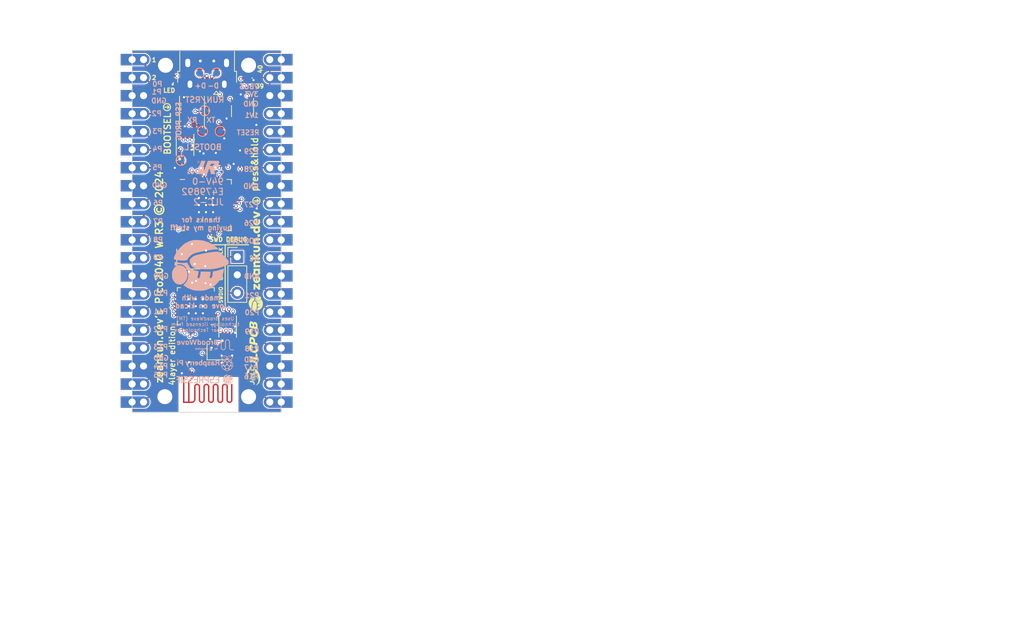
<source format=kicad_pcb>
(kicad_pcb (version 20221018) (generator pcbnew)
  (layers (0 "F.Cu" signal) (1 "In1.Cu" signal) (2 "In2.Cu" signal) (31 "B.Cu" signal) (34 "B.Paste" user) (35 "F.Paste" user) (36 "B.SilkS" user "B.Silkscreen") (37 "F.SilkS" user "F.Silkscreen") (38 "B.Mask" user) (39 "F.Mask" user) (44 "Edge.Cuts" user))
  (net 0 "")
  (net 1 "GND")
  (net 2 "/ESP_ANT")
  (net 3 "+1V1")
  (net 4 "+3.3V")
  (net 5 "VBUS")
  (net 6 "/CLKOUT")
  (net 7 "/CLKIN")
  (net 8 "/ESP_CLKOUT")
  (net 9 "/ESP_CLKIN")
  (net 10 "/DM")
  (net 11 "/DP")
  (net 13 "/P0")
  (net 14 "/P1")
  (net 15 "/P2")
  (net 16 "/P3")
  (net 17 "/P4")
  (net 18 "/P5")
  (net 19 "/P6")
  (net 20 "/P7")
  (net 21 "/P8")
  (net 22 "/P9")
  (net 23 "/P10")
  (net 24 "/P11")
  (net 25 "/P12")
  (net 26 "/P13")
  (net 27 "/P14")
  (net 28 "/P15")
  (net 29 "/RESET")
  (net 30 "/P29")
  (net 31 "/P28")
  (net 32 "/P27")
  (net 33 "/P26")
  (net 34 "/P23")
  (net 35 "/P22")
  (net 36 "/P21")
  (net 37 "/P20")
  (net 38 "/P19")
  (net 39 "/P18")
  (net 40 "/P17")
  (net 41 "/P16")
  (net 42 "/SWDIO")
  (net 43 "/SWCLK")
  (net 44 "Net-(U1-USB_DP)")
  (net 45 "Net-(U1-USB_DM)")
  (net 46 "Net-(U2-SENSE{slash}ADJ)")
  (net 47 "/FLASH_SS")
  (net 48 "Net-(R6-Pad1)")
  (net 49 "Net-(U4-RES12K)")
  (net 50 "unconnected-(J3-Pin_12-Pad12)")
  (net 51 "/FLASH_SD3")
  (net 52 "/FLASH_CLOCK")
  (net 53 "/FLASH_SD0")
  (net 54 "/FLASH_SD2")
  (net 55 "/FLASH_SD1")
  (net 60 "Net-(U4-U0RXD)")
  (net 62 "/ESPFLASH_D2")
  (net 63 "/ESPFLASH_D3")
  (net 64 "/ESPFLASH_SS")
  (net 65 "/ESPFLASH_CLOCK")
  (net 66 "/ESPFLASH_D0")
  (net 67 "/ESPFLASH_D1")
  (net 69 "Net-(U4-U0TXD)")
  (net 70 "/P24")
  (net 72 "/P25")
  (footprint "Capacitor_SMD:C_0201_0603Metric" (layer "F.Cu") (at 83.3 35.5 90)
    (fp_text reference "C3" hide)
    (fp_text value "1uF")
  )
  (footprint "LED_SMD:LED_0201_0603Metric" (layer "F.Cu") (at 75.8 23.72 90)
    (fp_text reference "D2" hide)
    (fp_text value "LED")
  )
  (footprint "Capacitor_SMD:C_0201_0603Metric" (layer "F.Cu") (at 81.8 35.5 90)
    (fp_text reference "C1" hide)
    (fp_text value "100nF")
  )
  (footprint "8-USON:8-USON-2X3" (layer "F.Cu") (at 83.45 58.87 90)
    (fp_text reference "U5" hide)
    (fp_text value "GD25Q16CEIGR")
  )
  (footprint "8-USON:8-USON-2X3" (layer "F.Cu") (at 77.45 33.27 90)
    (fp_text reference "U3" hide)
    (fp_text value "GD25Q16CEIGR")
  )
  (footprint "Capacitor_SMD:C_0201_0603Metric" (layer "F.Cu") (at 81.755 64.1)
    (fp_text reference "C17" hide)
    (fp_text value "6.8pF")
  )
  (footprint "Connector_PinHeader_2.54mm:PinHeader_1x03_P2.54mm_Vertical" (layer "F.Cu") (at 84.81 49.09)
    (fp_text reference "J4" hide)
    (fp_text value "Conn_01x03")
  )
  (footprint "Package_DFN_QFN:QFN-32-1EP_5x5mm_P0.5mm_EP3.45x3.45mm" (layer "F.Cu") (at 78.9625 56.05 180)
    (fp_text reference "U4" hide)
    (fp_text value "ESP8266EX")
  )
  (footprint "Capacitor_SMD:C_0201_0603Metric" (layer "F.Cu") (at 86.48 41.9)
    (fp_text reference "C7" hide)
    (fp_text value "100nF")
  )
  (footprint "Capacitor_SMD:C_0201_0603Metric" (layer "F.Cu") (at 77.89 64.795 90)
    (fp_text reference "C18" hide)
    (fp_text value "3pF")
  )
  (footprint "LED_SMD:LED_0201_0603Metric" (layer "F.Cu") (at 86.055 23.9 180)
    (fp_text reference "D1" hide)
    (fp_text value "LED")
  )
  (footprint "Resistor_SMD:R_0201_0603Metric" (layer "F.Cu") (at 83.2 30.645 90)
    (fp_text reference "R4" hide)
    (fp_text value "12")
  )
  (footprint "Capacitor_SMD:C_0201_0603Metric" (layer "F.Cu") (at 84.3 36.845 90)
    (fp_text reference "C8" hide)
    (fp_text value "100nF")
  )
  (footprint "LOGO" (layer "F.Cu") (at 87.1 62.63 90)
    (fp_text reference "G***" hide)
    (fp_text value "LOGO" hide)
  )
  (footprint "MountingHole:MountingHole_2.1mm" (layer "F.Cu") (at 74.6 68.8)
    (fp_text reference "REF**" hide)
    (fp_text value "MountingHole_2.1mm")
  )
  (footprint "SMD-TH-Connector:Conn_01x20_2.54mm" (layer "F.Cu") (at 71.6 44.16)
    (fp_text reference "J2" hide)
    (fp_text value "Conn_01x20" hide)
  )
  (footprint "Capacitor_SMD:C_0201_0603Metric" (layer "F.Cu") (at 84.655 34.6)
    (fp_text reference "C11" hide)
    (fp_text value "100nF")
  )
  (footprint "Resistor_SMD:R_0201_0603Metric" (layer "F.Cu") (at 75.8 35.355 -90)
    (fp_text reference "R5" hide)
    (fp_text value "NO-FIT")
  )
  (footprint "Connector_USB:USB_Micro-B_Amphenol_10103594-0001LF_Horizontal" (layer "F.Cu") (at 80.535 22.885 180)
    (fp_text reference "J1" hide)
    (fp_text value "USB_B_Micro")
  )
  (footprint "Capacitor_SMD:C_0201_0603Metric" (layer "F.Cu") (at 86.955 31.1)
    (fp_text reference "C13" hide)
    (fp_text value "2.2uF")
  )
  (footprint "Capacitor_SMD:C_0201_0603Metric" (layer "F.Cu") (at 79.3 35.545 90)
    (fp_text reference "C10" hide)
    (fp_text value "100nF")
  )
  (footprint "Capacitor_SMD:C_0201_0603Metric" (layer "F.Cu") (at 77.255 51.4)
    (fp_text reference "C15" hide)
    (fp_text value "15pF")
  )
  (footprint "Chocobar-BroadWave:BroadWave_029mm" (layer "F.Cu") (at 80.79 68.25)
    (fp_text reference "AE1" hide)
    (fp_text value "Antenna_Chip")
  )
  (footprint "Package_DFN_QFN:QFN-56-1EP_7x7mm_P0.4mm_EP3.2x3.2mm" (layer "F.Cu") (at 80.3625 41.8)
    (fp_text reference "U1" hide)
    (fp_text value "RP2040")
  )
  (footprint "Capacitor_SMD:C_0201_0603Metric" (layer "F.Cu") (at 80.5 47.355 -90)
    (fp_text reference "C6" hide)
    (fp_text value "100nF")
  )
  (footprint "Capacitor_SMD:C_0201_0603Metric" (layer "F.Cu") (at 83.8 62.3 -90)
    (fp_text reference "C16" hide)
    (fp_text value "6.8pF")
  )
  (footprint "Resistor_SMD:R_0201_0603Metric" (layer "F.Cu") (at 76.2 30.355 -90)
    (fp_text reference "R6" hide)
    (fp_text value "1K")
  )
  (footprint "Capacitor_SMD:C_0201_0603Metric" (layer "F.Cu") (at 80 35.545 90)
    (fp_text reference "C9" hide)
    (fp_text value "100nF")
  )
  (footprint "Capacitor_SMD:C_0201_0603Metric" (layer "F.Cu") (at 82.855 32.8)
    (fp_text reference "C5" hide)
    (fp_text value "100nF")
  )
  (footprint "Resistor_SMD:R_0201_0603Metric" (layer "F.Cu") (at 80.6 33.555 -90)
    (fp_text reference "R1" hide)
    (fp_text value "200")
  )
  (footprint "Capacitor_SMD:C_0201_0603Metric" (layer "F.Cu") (at 86.355 25.4)
    (fp_text reference "C12" hide)
    (fp_text value "2.2uF")
  )
  (footprint "Resistor_SMD:R_0201_0603Metric" (layer "F.Cu") (at 80.4 60.045 90)
    (fp_text reference "R7" hide)
    (fp_text value "12k")
  )
  (footprint "Crystal:Crystal_SMD_2520-4Pin_2.5x2.0mm" (layer "F.Cu") (at 77.925 49.4)
    (fp_text reference "Y1" hide)
    (fp_text value "12MHz")
  )
  (footprint "Resistor_SMD:R_0201_0603Metric" (layer "F.Cu") (at 84.855 31)
    (fp_text reference "R3" hide)
    (fp_text value "12")
  )
  (footprint "Capacitor_SMD:C_0201_0603Metric" (layer "F.Cu") (at 76.4 37.2 90)
    (fp_text reference "C4" hide)
    (fp_text value "1uF")
  )
  (footprint "LOGO" (layer "F.Cu") (at 87.42 49.75 90)
    (fp_text reference "G***" hide)
    (fp_text value "LOGO" hide)
  )
  (footprint "Resistor_SMD:R_0201_0603Metric" (layer "F.Cu") (at 81.3 33.555 -90)
    (fp_text reference "R2" hide)
    (fp_text value "200")
  )
  (footprint "MountingHole:MountingHole_2.1mm" (layer "F.Cu") (at 86.4 68.8)
    (fp_text reference "REF**" hide)
    (fp_text value "MountingHole_2.1mm")
  )
  (footprint "MountingHole:MountingHole_2.1mm" (layer "F.Cu") (at 74.7 22.1)
    (fp_text reference "REF**" hide)
    (fp_text value "MountingHole_2.1mm")
  )
  (footprint "Button_Switch_SMD:SW_Push_1P1T_NO_Vertical_Wuerth_434133025816" (layer "F.Cu") (at 78.425 28.65 90)
    (fp_text reference "SW1" hide)
    (fp_text value "SW_Push")
  )
  (footprint "Capacitor_SMD:C_0201_0603Metric" (layer "F.Cu") (at 80.1 49.655 -90)
    (fp_text reference "C14" hide)
    (fp_text value "15pF")
  )
  (footprint "Package_TO_SOT_SMD:TSOT-23-5" (layer "F.Cu") (at 85.55 28.5625 -90)
    (fp_text reference "U2" hide)
    (fp_text value "ADP7142AUJZ-3.3")
  )
  (footprint "Crystal:Crystal_SMD_2016-4Pin_2.0x1.6mm" (layer "F.Cu") (at 81.9 62.45)
    (fp_text reference "Y2" hide)
    (fp_text value "26MHz")
  )
  (footprint "Capacitor_SMD:C_0201_0603Metric" (layer "F.Cu") (at 82.58 35.5 90)
    (fp_text reference "C2" hide)
    (fp_text value "100nF")
  )
  (footprint "MountingHole:MountingHole_2.1mm" (layer "F.Cu") (at 86.4 22.1)
    (fp_text reference "REF**" hide)
    (fp_text value "MountingHole_2.1mm")
  )
  (footprint "TestPoint:TestPoint_Pad_D1.0mm" (layer "B.Cu") (at 76.9 35.5 180)
    (fp_text reference "TP4" hide)
    (fp_text value "FLASH_SS")
  )
  (footprint "TestPoint:TestPoint_Pad_D1.0mm" (layer "B.Cu") (at 79.9 31.4 180)
    (fp_text reference "TP5" hide)
    (fp_text value "UART_TX")
  )
  (footprint "LOGO" (layer "B.Cu") (at 80.3 61.5 180)
    (fp_text reference "G***" hide)
    (fp_text value "LOGO" hide)
  )
  (footprint "LOGO" (layer "B.Cu") (at 80.3 64.1 180)
    (fp_text reference "G***" hide)
    (fp_text value "LOGO" hide)
  )
  (footprint "LOGO" (layer "B.Cu") (at 80.2 66.4 180)
    (fp_text reference "G***" hide)
    (fp_text value "LOGO" hide)
  )
  (footprint "SMD-TH-Connector:Conn_01x20_2.54mm" (layer "B.Cu") (at 89.39 44.16 180)
    (fp_text reference "J3" hide)
    (fp_text value "Conn_01x20" hide)
  )
  (footprint "TestPoint:TestPoint_Pad_D1.0mm" (layer "B.Cu") (at 79.5 23.2 180)
    (fp_text reference "TP1" hide)
    (fp_text value "USB_DP")
  )
  (footprint "LOGO" (layer "B.Cu") (at 79.6 50.3 180)
    (fp_text reference "G***" hide)
    (fp_text value "LOGO" hide)
  )
  (footprint "TestPoint:TestPoint_Pad_D1.0mm" (layer "B.Cu") (at 80.2 28.5 180)
    (fp_text reference "TP3" hide)
    (fp_text value "RESET")
  )
  (footprint "TestPoint:TestPoint_Pad_D1.0mm" (layer "B.Cu") (at 82.4 31.4 180)
    (fp_text reference "TP6" hide)
    (fp_text value "UART_RX")
  )
  (footprint "TestPoint:TestPoint_Pad_D1.0mm" (layer "B.Cu") (at 81.9 23.2 180)
    (fp_text reference "TP2" hide)
    (fp_text value "USB_DM")
  )
  (footprint "LOGO" (layer "B.Cu") (at 80.7 36.5 180)
    (fp_text reference "G***" hide)
    (fp_text value "LOGO" hide)
  )
  (gr_line (start 87.8 41.2) (end 87.6 41) (stroke (width 0.15)) (layer "F.SilkS"))
  (gr_line (start 83.1 47.4) (end 83.1 55.9) (stroke (width 0.15)) (layer "F.SilkS"))
  (gr_line (start 87.2 41.2) (end 87.8 41.2) (stroke (width 0.15)) (layer "F.SilkS"))
  (gr_line (start 80.9 47.4) (end 83.1 47.4) (stroke (width 0.15)) (layer "F.SilkS"))
  (gr_line (start 83.1 47.4) (end 86.4 47.4) (stroke (width 0.15)) (layer "F.SilkS"))
  (gr_circle (center 74.9 28) (end 75.4 28) (stroke (width 0.15)) (fill none) (layer "F.SilkS"))
  (gr_line (start 87.8 41.2) (end 87.6 41.4) (stroke (width 0.15)) (layer "F.SilkS"))
  (gr_line (start 74.6 28) (end 75.2 28) (stroke (width 0.15)) (layer "F.SilkS"))
  (gr_line (start 75.2 28) (end 75 28.2) (stroke (width 0.15)) (layer "F.SilkS"))
  (gr_circle (center 87.5 41.2) (end 88 41.2) (stroke (width 0.15)) (fill none) (layer "F.SilkS"))
  (gr_line (start 75.2 28) (end 75 27.8) (stroke (width 0.15)) (layer "F.SilkS"))
  (gr_rect (start 70 20) (end 91 71) (stroke (width 0.1)) (fill none) (layer "Edge.Cuts"))
  (gr_text "94V-0\nE479892\nJLC-2" (at 83 41.9) (layer "B.SilkS") (effects (font (size 0.9 0.9)) (justify left bottom mirror)))
  (gr_text "P4" (at 74.33 34.31) (layer "B.SilkS") (effects (font (size 0.7 0.7)) (justify left bottom mirror)))
  (gr_text "ESP PROG" (at 76.962 27.178 90) (layer "B.SilkS") (effects (font (size 0.7 0.7) (thickness 0.175) bold) (justify left bottom mirror)))
  (gr_text "P27" (at 87.9 42.15) (layer "B.SilkS") (effects (font (size 0.7 0.7)) (justify left bottom mirror)))
  (gr_text "GND" (at 75.03 39.41) (layer "B.SilkS") (effects (font (size 0.7 0.7)) (justify left bottom mirror)))
  (gr_text "P17" (at 87.9 65.1) (layer "B.SilkS") (effects (font (size 0.7 0.7)) (justify left bottom mirror)))
  (gr_text "GND" (at 88 64) (layer "B.SilkS") (effects (font (size 0.7 0.7)) (justify left bottom mirror)))
  (gr_text "C" (at 83.01 37.46) (layer "B.SilkS") (effects (font (size 0.5 0.5) (thickness 0.125)) (justify left bottom mirror)))
  (gr_text "US" (at 78.82 37.45) (layer "B.SilkS") (effects (font (size 0.5 0.5) (thickness 0.125)) (justify left bottom mirror)))
  (gr_text "P2" (at 74.23 29.31) (layer "B.SilkS") (effects (font (size 0.7 0.7)) (justify left bottom mirror)))
  (gr_text "P26" (at 87.9 44.75) (layer "B.SilkS") (effects (font (size 0.7 0.7)) (justify left bottom mirror)))
  (gr_text "P8" (at 74.43 47.11) (layer "B.SilkS") (effects (font (size 0.7 0.7)) (justify left bottom mirror)))
  (gr_text "P21" (at 88 54.95) (layer "B.SilkS") (effects (font (size 0.7 0.7)) (justify left bottom mirror)))
  (gr_text "P18" (at 88 62.45) (layer "B.SilkS") (effects (font (size 0.7 0.7)) (justify left bottom mirror)))
  (gr_text "3V3" (at 87.9 26.6) (layer "B.SilkS") (effects (font (size 0.7 0.7)) (justify left bottom mirror)))
  (gr_text "NC" (at 88 49.75) (layer "B.SilkS") (effects (font (size 0.7 0.7)) (justify left bottom mirror)))
  (gr_text "D-" (at 82.3 25.4) (layer "B.SilkS") (effects (font (size 0.7 0.7)) (justify left bottom mirror)))
  (gr_text "BOOTSEL" (at 88 47.25) (layer "B.SilkS") (effects (font (size 0.7 0.7)) (justify left bottom mirror)))
  (gr_text "P12" (at 75.13 59.71) (layer "B.SilkS") (effects (font (size 0.7 0.7)) (justify left bottom mirror)))
  (gr_text "Uses BroadWave (TM)\ntechnology licensed from\nChocobar Technologies" (at 80.3 59.7) (layer "B.SilkS") (effects (font (size 0.5 0.5) (thickness 0.075)) (justify bottom mirror)))
  (gr_text "RESET" (at 88 32) (layer "B.SilkS") (effects (font (size 0.7 0.7)) (justify left bottom mirror)))
  (gr_text "P1" (at 74.23 26.26) (layer "B.SilkS") (effects (font (size 0.7 0.7)) (justify left bottom mirror)))
  (gr_text "P14" (at 75.13 64.91) (layer "B.SilkS") (effects (font (size 0.7 0.7)) (justify left bottom mirror)))
  (gr_text "P20" (at 88 57.35) (layer "B.SilkS") (effects (font (size 0.7 0.7)) (justify left bottom mirror)))
  (gr_text "RX" (at 79.248 30.226) (layer "B.SilkS") (effects (font (size 0.7 0.7)) (justify left bottom mirror)))
  (gr_text "P16" (at 87.9 66.35) (layer "B.SilkS") (effects (font (size 0.7 0.7)) (justify left bottom mirror)))
  (gr_text "GND" (at 88 52.25) (layer "B.SilkS") (effects (font (size 0.7 0.7)) (justify left bottom mirror)))
  (gr_text "GND" (at 75.23 52.21) (layer "B.SilkS") (effects (font (size 0.7 0.7)) (justify left bottom mirror)))
  (gr_text "thanks for\nbuying my stuff!" (at 79.7 45.4) (layer "B.SilkS") (effects (font (size 0.7 0.7) (thickness 0.16) bold) (justify bottom mirror)))
  (gr_text "RUN/RST" (at 83.058 27.432) (layer "B.SilkS") (effects (font (size 0.8 0.8)) (justify left bottom mirror)))
  (gr_text "P0" (at 74.33 25.16) (layer "B.SilkS") (effects (font (size 0.7 0.7)) (justify left bottom mirror)))
  (gr_text "VBUS" (at 87.9 25.5) (layer "B.SilkS") (effects (font (size 0.7 0.7)) (justify left bottom mirror)))
  (gr_text "P10" (at 75.13 54.61) (layer "B.SilkS") (effects (font (size 0.7 0.7)) (justify left bottom mirror)))
  (gr_text "P9" (at 74.43 49.61) (layer "B.SilkS") (effects (font (size 0.7 0.7)) (justify left bottom mirror)))
  (gr_text "P19" (at 88 60.05) (layer "B.SilkS") (effects (font (size 0.7 0.7)) (justify left bottom mirror)))
  (gr_text "GND" (at 87.9 39.55) (layer "B.SilkS") (effects (font (size 0.7 0.7)) (justify left bottom mirror)))
  (gr_text "P13" (at 75.13 62.21) (layer "B.SilkS") (effects (font (size 0.7 0.7)) (justify left bottom mirror)))
  (gr_text "GND" (at 87.9 27.95) (layer "B.SilkS") (effects (font (size 0.7 0.7)) (justify left bottom mirror)))
  (gr_text "BOOTSEL" (at 82.7 34.1) (layer "B.SilkS") (effects (font (size 0.8 0.8)) (justify left bottom mirror)))
  (gr_text "1V1" (at 87.9 29.55) (layer "B.SilkS") (effects (font (size 0.7 0.7)) (justify left bottom mirror)))
  (gr_text "GND" (at 74.93 27.51) (layer "B.SilkS") (effects (font (size 0.7 0.7)) (justify left bottom mirror)))
  (gr_text "P28" (at 87.9 37.15) (layer "B.SilkS") (effects (font (size 0.7 0.7)) (justify left bottom mirror)))
  (gr_text "P7" (at 74.43 44.51) (layer "B.SilkS") (effects (font (size 0.7 0.7)) (justify left bottom mirror)))
  (gr_text "P15" (at 75.13 66.16) (layer "B.SilkS") (effects (font (size 0.7 0.7)) (justify left bottom mirror)))
  (gr_text "D+" (at 80.5 25.4) (layer "B.SilkS") (effects (font (size 0.7 0.7)) (justify left bottom mirror)))
  (gr_text "made with\nlove on kicad" (at 79.7 56.4) (layer "B.SilkS") (effects (font (size 0.7 0.7) (thickness 0.16) bold) (justify bottom mirror)))
  (gr_text "P11" (at 75.13 57.21) (layer "B.SilkS") (effects (font (size 0.7 0.7)) (justify left bottom mirror)))
  (gr_text "P6" (at 74.43 41.91) (layer "B.SilkS") (effects (font (size 0.7 0.7)) (justify left bottom mirror)))
  (gr_text "TX" (at 81.788 30.226) (layer "B.SilkS") (effects (font (size 0.7 0.7)) (justify left bottom mirror)))
  (gr_text "P29" (at 87.9 34.65) (layer "B.SilkS") (effects (font (size 0.7 0.7)) (justify left bottom mirror)))
  (gr_text "P3" (at 74.33 31.81) (layer "B.SilkS") (effects (font (size 0.7 0.7)) (justify left bottom mirror)))
  (gr_text "GND" (at 75.23 63.76) (layer "B.SilkS") (effects (font (size 0.7 0.7)) (justify left bottom mirror)))
  (gr_text "P5" (at 74.33 36.91) (layer "B.SilkS") (effects (font (size 0.7 0.7)) (justify left bottom mirror)))
  (gr_text "SWDIO" (at 82.8 55.7 90) (layer "F.SilkS") (effects (font (size 0.5 0.5) (thickness 0.125)) (justify left bottom)))
  (gr_text "LED" (at 74.3 26) (layer "F.SilkS") (effects (font (size 0.6 0.6)) (justify left bottom)))
  (gr_text "SWD DEBUG" (at 80.8 47) (layer "F.SilkS") (effects (font (size 0.6 0.6)) (justify left bottom)))
  (gr_text "1" (at 72.7 21.7) (layer "F.SilkS") (effects (font (size 0.6 0.6)) (justify left bottom)))
  (gr_text "press&hold" (at 87.8 40 90) (layer "F.SilkS") (effects (font (size 0.9 0.9) (thickness 0.175) bold) (justify left bottom)))
  (gr_text "zeankun.dev's Pico2040 W R3 © 2024" (at 74.4 67 90) (layer "F.SilkS") (effects (font (size 1 1) (thickness 0.2) bold) (justify left bottom)))
  (gr_text "GND" (at 82.8 52.5 90) (layer "F.SilkS") (effects (font (size 0.5 0.5) (thickness 0.125)) (justify left bottom)))
  (gr_text "BOOTSEL" (at 75.5 34.8 90) (layer "F.SilkS") (effects (font (size 0.9 0.9) (thickness 0.175) bold) (justify left bottom)))
  (gr_text "2" (at 72.7 24.2) (layer "F.SilkS") (effects (font (size 0.6 0.6)) (justify left bottom)))
  (gr_text "4layer edition" (at 76.1 67.3 90) (layer "F.SilkS") (effects (font (size 0.8 0.8) (thickness 0.15) bold) (justify left bottom)))
  (gr_text "39" (at 87.3 25.4) (layer "F.SilkS") (effects (font (size 0.6 0.6)) (justify left bottom)))
  (gr_text "SWCLK" (at 82.8 50.3 90) (layer "F.SilkS") (effects (font (size 0.5 0.5) (thickness 0.125)) (justify left bottom)))
  (gr_text "40" (at 88.4 23.3 90) (layer "F.SilkS") (effects (font (size 0.6 0.6)) (justify left bottom)))
  (segment (start 76.325 36.88) (end 76 36.555) (width 0.2) (layer "F.Cu") (net 1))
  (segment (start 80.05 34.53) (end 80 34.58) (width 0.2) (layer "F.Cu") (net 1))
  (segment (start 77.265 65.765) (end 77.265 66.8925) (width 0.2) (layer "F.Cu") (net 1))
  (segment (start 86.675 25.4) (end 86.675 24.875) (width 0.2) (layer "F.Cu") (net 1))
  (segment (start 87.16 41.9) (end 86.8 41.9) (width 0.2) (layer "F.Cu") (net 1))
  (segment (start 84.3 36.525) (end 84.3 36) (width 0.2) (layer "F.Cu") (net 1))
  (segment (start 83.175 32.6) (end 83.175 32.8) (width 0.2) (layer "F.Cu") (net 1))
  (segment (start 77.575 51.4) (end 77.8 51.4) (width 0.2) (layer "F.Cu") (net 1))
  (segment (start 77.89 64.475) (end 77.89 64.05) (width 0.2) (layer "F.Cu") (net 1))
  (segment (start 83.8 62.7) (end 84.1 63) (width 0.2) (layer "F.Cu") (net 1))
  (segment (start 78.26 24.65) (end 78.14 24.77) (width 0.2) (layer "F.Cu") (net 1))
  (segment (start 87.275 30.725) (end 87.5 30.5) (width 0.2) (layer "F.Cu") (net 1))
  (segment (start 84.2 59.9) (end 84.2 60.14) (width 0.2) (layer "F.Cu") (net 1))
  (segment (start 75.8 24.04) (end 75.8 24.7) (width 0.2) (layer "F.Cu") (net 1))
  (segment (start 79.54 34.22) (end 79.3 34.46) (width 0.2) (layer "F.Cu") (net 1))
  (segment (start 83.8 62.62) (end 83.8 62.7) (width 0.2) (layer "F.Cu") (net 1))
  (segment (start 87.275 31.1) (end 87.275 30.725) (width 0.2) (layer "F.Cu") (net 1))
  (segment (start 75.8 24.7) (end 75.7 24.8) (width 0.2) (layer "F.Cu") (net 1))
  (segment (start 85.55 27.425) (end 85.55 26.45) (width 0.2) (layer "F.Cu") (net 1))
  (segment (start 84.5 59.8) (end 84.3 59.8) (width 0.2) (layer "F.Cu") (net 1))
  (segment (start 77.45 33.32) (end 78.42 33.32) (width 0.25) (layer "F.Cu") (net 1))
  (segment (start 84.5 58.9) (end 84.48 58.92) (width 0.2) (layer "F.Cu") (net 1))
  (segment (start 80.1 49.975) (end 80.1 50.2) (width 0.2) (layer "F.Cu") (net 1))
  (segment (start 76.4 36.88) (end 76.325 36.88) (width 0.2) (layer "F.Cu") (net 1))
  (segment (start 78.2 34.2) (end 78.4 34) (width 0.25) (layer "F.Cu") (net 1))
  (segment (start 84.975 34.6) (end 84.975 34.325) (width 0.2) (layer "F.Cu") (net 1))
  (segment (start 85.55 26.45) (end 85.3 26.2) (width 0.2) (layer "F.Cu") (net 1))
  (segment (start 77.89 64.05) (end 77.99 63.95) (width 0.2) (layer "F.Cu") (net 1))
  (segment (start 79.3625 46.3375) (end 79.3625 45.2375) (width 0.2) (layer "F.Cu") (net 1))
  (segment (start 82.075 64.1) (end 82.5 64.1) (width 0.2) (layer "F.Cu") (net 1))
  (segment (start 84.48 58.92) (end 83.45 58.92) (width 0.2) (layer "F.Cu") (net 1))
  (segment (start 87.54 42.28) (end 87.16 41.9) (width 0.2) (layer "F.Cu") (net 1))
  (segment (start 82.5 64.1) (end 82.6 64) (width 0.2) (layer "F.Cu") (net 1))
  (segment (start 83.2 29.7) (end 83.3 29.6) (width 0.2) (layer "F.Cu") (net 1))
  (segment (start 86.675 24.875) (end 86.6 24.8) (width 0.2) (layer "F.Cu") (net 1))
  (segment (start 84.3 59.8) (end 84.2 59.9) (width 0.2) (layer "F.Cu") (net 1))
  (segment (start 86.8 23.9) (end 86.375 23.9) (width 0.2) (layer "F.Cu") (net 1))
  (segment (start 80.5 48.1) (end 80.4 48.2) (width 0.2) (layer "F.Cu") (net 1))
  (segment (start 82.975 32.4) (end 83.175 32.6) (width 0.2) (layer "F.Cu") (net 1))
  (segment (start 80.665 60.365) (end 81 60.7) (width 0.25) (layer "F.Cu") (net 1))
  (segment (start 80 34.58) (end 80 35.225) (width 0.2) (layer "F.Cu") (net 1))
  (segment (start 83.3 35.18) (end 81.8 35.18) (width 0.2) (layer "F.Cu") (net 1))
  (segment (start 77 65.5) (end 77.265 65.765) (width 0.2) (layer "F.Cu") (net 1))
  (segment (start 79.26 24.65) (end 78.26 24.65) (width 0.2) (layer "F.Cu") (net 1))
  (segment (start 80.1 50.2) (end 80.3 50.4) (width 0.2) (layer "F.Cu") (net 1))
  (segment (start 81.8 35.18) (end 81.8 34.475) (width 0.2) (layer "F.Cu") (net 1))
  (segment (start 83.2 30.325) (end 83.2 29.7) (width 0.2) (layer "F.Cu") (net 1))
  (segment (start 80.4 60.365) (end 80.665 60.365) (width 0.25) (layer "F.Cu") (net 1))
  (segment (start 80.5 47.675) (end 80.5 48.1) (width 0.2) (layer "F.Cu") (net 1))
  (segment (start 81.8 34.475) (end 81.78 34.455) (width 0.2) (layer "F.Cu") (net 1))
  (segment (start 87.1 24.2) (end 86.8 23.9) (width 0.2) (layer "F.Cu") (net 1))
  (segment (start 77.8 51.4) (end 78 51.2) (width 0.2) (layer "F.Cu") (net 1))
  (segment (start 79.26 24.16) (end 79.26 24.65) (width 0.2) (layer "F.Cu") (net 1))
  (segment (start 78.42 33.32) (end 78.5 33.4) (width 0.25) (layer "F.Cu") (net 1))
  (segment (start 79.3 34.46) (end 79.3 35.225) (width 0.2) (layer "F.Cu") (net 1))
  (segment (start 84.975 34.325) (end 85.2 34.1) (width 0.2) (layer "F.Cu") (net 1))
  (segment (start 78.4 47.3) (end 79.3625 46.3375) (width 0.2) (layer "F.Cu") (net 1))
  (segment (start 78.2 34.54) (end 78.2 34.2) (width 0.25) (layer "F.Cu") (net 1))
  (via (at 79.4 42.8) (size 0.5) (drill 0.3) (layers "F.Cu" "B.Cu") (net 1))
  (via (at 77 65.5) (size 0.5) (drill 0.3) (layers "F.Cu" "B.Cu") (net 1))
  (via (at 78.9625 55.05) (size 0.5) (drill 0.3) (layers "F.Cu" "B.Cu") (net 1))
  (via (at 77.9625 57.05) (size 0.5) (drill 0.3) (layers "F.Cu" "B.Cu") (net 1))
  (via (at 84.5 59.8) (size 0.5) (drill 0.3) (layers "F.Cu" "B.Cu") (net 1))
  (via (at 79.9625 55.05) (size 0.5) (drill 0.3) (layers "F.Cu" "B.Cu") (net 1))
  (via (at 81.5 21.5) (size 0.6) (drill 0.4) (layers "F.Cu" "B.Cu") (net 1))
  (via (at 79.54 34.22) (size 0.5) (drill 0.3) (layers "F.Cu" "B.Cu") (net 1))
  (via (at 81.4 41.8) (size 0.5) (drill 0.3) (layers "F.Cu" "B.Cu") (net 1))
  (via (at 77.9625 56.05) (size 0.5) (drill 0.3) (layers "F.Cu" "B.Cu") (net 1))
  (via (at 80.4 48.2) (size 0.5) (drill 0.3) (layers "F.Cu" "B.Cu") (net 1))
  (via (at 83.3 29.6) (size 0.5) (drill 0.3) (layers "F.Cu" "B.Cu") (net 1))
  (via (at 80.4 40.8) (size 0.5) (drill 0.3) (layers "F.Cu" "B.Cu") (net 1))
  (via (at 81.2 61.9) (size 0.5) (drill 0.3) (layers "F.Cu" "B.Cu") (net 1))
  (via (at 85.3 26.2) (size 0.5) (drill 0.3) (layers "F.Cu" "B.Cu") (net 1))
  (via (at 81.4 40.8) (size 0.5) (drill 0.3) (layers "F.Cu" "B.Cu") (net 1))
  (via (at 84.3 36) (size 0.5) (drill 0.3) (layers "F.Cu" "B.Cu") (net 1))
  (via (at 77 48.7) (size 0.5) (drill 0.3) (layers "F.Cu" "B.Cu") (net 1))
  (via (at 79.4 40.8) (size 0.5) (drill 0.3) (layers "F.Cu" "B.Cu") (net 1))
  (via (at 77.99 63.95) (size 0.5) (drill 0.3) (layers "F.Cu" "B.Cu") (net 1))
  (via (at 85.2 34.1) (size 0.5) (drill 0.3) (layers "F.Cu" "B.Cu") (net 1))
  (via (at 84.1 63) (size 0.5) (drill 0.3) (layers "F.Cu" "B.Cu") (net 1))
  (via (at 78.8 50.1) (size 0.5) (drill 0.3) (layers "F.Cu" "B.Cu") (net 1))
  (via (at 81.78 34.455) (size 0.5) (drill 0.3) (layers "F.Cu" "B.Cu") (net 1))
  (via (at 79.6 21.5) (size 0.6) (drill 0.4) (layers "F.Cu" "B.Cu") (net 1))
  (via (at 81 60.7) (size 0.5) (drill 0.3) (layers "F.Cu" "B.Cu") (net 1))
  (via (at 87.54 42.28) (size 0.5) (drill 0.3) (layers "F.Cu" "B.Cu") (net 1))
  (via (at 87.5 30.5) (size 0.5) (drill 0.3) (layers "F.Cu" "B.Cu") (net 1))
  (via (at 84.5 58.9) (size 0.5) (drill 0.3) (layers "F.Cu" "B.Cu") (net 1))
  (via (at 75.7 24.8) (size 0.5) (drill 0.3) (layers "F.Cu" "B.Cu") (net 1))
  (via (at 82.975 32.4) (size 0.5) (drill 0.3) (layers "F.Cu" "B.Cu") (net 1))
  (via (at 78.4 34) (size 0.5) (drill 0.3) (layers "F.Cu" "B.Cu") (net 1))
  (via (at 86.6 24.8) (size 0.5) (drill 0.3) (layers "F.Cu" "B.Cu") (net 1))
  (via (at 79.9625 57.05) (size 0.5) (drill 0.3) (layers "F.Cu" "B.Cu") (net 1))
  (via (at 77.9625 55.05) (size 0.5) (drill 0.3) (layers "F.Cu" "B.Cu") (net 1))
  (via (at 80.3 50.4) (size 0.5) (drill 0.3) (layers "F.Cu" "B.Cu") (net 1))
  (via (at 79.9625 56.05) (size 0.5) (drill 0.3) (layers "F.Cu" "B.Cu") (net 1))
  (via (at 79.4 41.8) (size 0.5) (drill 0.3) (layers "F.Cu" "B.Cu") (net 1))
  (via (at 78.9625 56.05) (size 0.5) (drill 0.3) (layers "F.Cu" "B.Cu") (net 1))
  (via (at 81.4 42.8) (size 0.5) (drill 0.3) (layers "F.Cu" "B.Cu") (net 1))
  (via (at 80.4 42.8) (size 0.5) (drill 0.3) (layers "F.Cu" "B.Cu") (net 1))
  (via (at 80.05 34.53) (size 0.5) (drill 0.3) (layers "F.Cu" "B.Cu") (net 1))
  (via (at 80.4 41.8) (size 0.5) (drill 0.3) (layers "F.Cu" "B.Cu") (net 1))
  (via (at 78 51.2) (size 0.5) (drill 0.3) (layers "F.Cu" "B.Cu") (net 1))
  (via (at 78.9625 57.05) (size 0.5) (drill 0.3) (layers "F.Cu" "B.Cu") (net 1))
  (via (at 82.6 64) (size 0.5) (drill 0.3) (layers "F.Cu" "B.Cu") (net 1))
  (via (at 76 36.555) (size 0.5) (drill 0.3) (layers "F.Cu" "B.Cu") (net 1))
  (via (at 78.5 33.4) (size 0.5) (drill 0.3) (layers "F.Cu" "B.Cu") (net 1))
  (via (at 77.3 26.6) (size 0.5) (drill 0.3) (layers "F.Cu" "B.Cu") (net 1))
  (via (at 82.6 63) (size 0.5) (drill 0.3) (layers "F.Cu" "B.Cu") (net 1))
  (via (at 77.4 30.7) (size 0.5) (drill 0.3) (layers "F.Cu" "B.Cu") (net 1))
  (via (at 78.4 47.3) (size 0.5) (drill 0.3) (layers "F.Cu" "B.Cu") (net 1))
  (via (at 87.1 24.2) (size 0.5) (drill 0.3) (layers "F.Cu" "B.Cu") (net 1))
  (segment (start 77.98 66.66) (end 77.98 66.8925) (width 0.2) (layer "F.Cu") (net 2))
  (segment (start 78.4 65.1) (end 78.5 65.2) (width 0.2) (layer "F.Cu") (net 2))
  (segment (start 78.04 66.6) (end 77.98 66.66) (width 0.2) (layer "F.Cu") (net 2))
  (segment (start 78.5 66.14) (end 78.04 66.6) (width 0.2) (layer "F.Cu") (net 2))
  (segment (start 78.5 65.725) (end 78.5 66.14) (width 0.2) (layer "F.Cu") (net 2))
  (segment (start 81.9 57.3) (end 82.1 57.1) (width 0.2) (layer "F.Cu") (net 2))
  (segment (start 77.89 65.115) (end 78.5 65.725) (width 0.2) (layer "F.Cu") (net 2))
  (segment (start 78.5 65.2) (end 78.5 66.14) (width 0.2) (layer "F.Cu") (net 2))
  (segment (start 81.4 57.3) (end 81.9 57.3) (width 0.2) (layer "F.Cu") (net 2))
  (via (at 78.4 65.1) (size 0.5) (drill 0.3) (layers "F.Cu" "B.Cu") (net 2))
  (via (at 82.1 57.1) (size 0.5) (drill 0.3) (layers "F.Cu" "B.Cu") (net 2))
  (segment (start 83.53 36.47) (end 83.3 36.24) (width 0.2) (layer "F.Cu") (net 3))
  (segment (start 81.8 36.4) (end 81.8 35.82) (width 0.2) (layer "F.Cu") (net 3))
  (segment (start 81.7 36.5) (end 81.8 36.4) (width 0.2) (layer "F.Cu") (net 3))
  (segment (start 83.3 36.24) (end 83.3 35.82) (width 0.2) (layer "F.Cu") (net 3))
  (segment (start 82.1625 37.5375) (end 82.2 37.5) (width 0.2) (layer "F.Cu") (net 3))
  (segment (start 80.1625 37.5625) (end 80.1 37.5) (width 0.2) (layer "F.Cu") (net 3))
  (segment (start 80.9625 46.2395) (end 80.9625 45.2375) (width 0.2) (layer "F.Cu") (net 3))
  (segment (start 82.28 36.58) (end 82.58 36.28) (width 0.2) (layer "F.Cu") (net 3))
  (segment (start 82.58 36.28) (end 82.58 35.82) (width 0.2) (layer "F.Cu") (net 3))
  (segment (start 82.1625 38.3625) (end 82.1625 37.5375) (width 0.2) (layer "F.Cu") (net 3))
  (segment (start 80.1625 38.3625) (end 80.1625 37.5625) (width 0.2) (layer "F.Cu") (net 3))
  (segment (start 80.963 46.24) (end 80.9625 46.2395) (width 0.2) (layer "F.Cu") (net 3))
  (via (at 81.7 36.5) (size 0.5) (drill 0.3) (layers "F.Cu" "B.Cu") (net 3))
  (via (at 83.53 36.47) (size 0.5) (drill 0.3) (layers "F.Cu" "B.Cu") (net 3))
  (via (at 80.963 46.24) (size 0.5) (drill 0.3) (layers "F.Cu" "B.Cu") (net 3))
  (via (at 82.2 37.5) (size 0.5) (drill 0.3) (layers "F.Cu" "B.Cu") (net 3))
  (via (at 80.1 37.5) (size 0.5) (drill 0.3) (layers "F.Cu" "B.Cu") (net 3))
  (via (at 82.28 36.58) (size 0.5) (drill 0.3) (layers "F.Cu" "B.Cu") (net 3))
  (segment (start 81.86 24.65) (end 81.86 25.66) (width 0.2) (layer "F.Cu") (net 5))
  (segment (start 85.3 24) (end 85.635 24) (width 0.2) (layer "F.Cu") (net 5))
  (segment (start 84.425 27.425) (end 83.8 26.8) (width 0.2) (layer "F.Cu") (net 5))
  (segment (start 86.5 27.425) (end 86.5 26.7) (width 0.2) (layer "F.Cu") (net 5))
  (segment (start 85.635 24) (end 85.735 23.9) (width 0.2) (layer "F.Cu") (net 5))
  (segment (start 86.035 25.4) (end 86.035 25.235) (width 0.2) (layer "F.Cu") (net 5))
  (segment (start 81.86 25.66) (end 82.4 26.2) (width 0.2) (layer "F.Cu") (net 5))
  (segment (start 86.5 26.7) (end 86.2 26.4) (width 0.2) (layer "F.Cu") (net 5))
  (segment (start 84.6 27.425) (end 84.425 27.425) (width 0.2) (layer "F.Cu") (net 5))
  (segment (start 86.035 25.235) (end 85.8 25) (width 0.2) (layer "F.Cu") (net 5))
  (via (at 83.8 26.8) (size 0.5) (drill 0.3) (layers "F.Cu" "B.Cu") (net 5))
  (via (at 85.8 25) (size 0.5) (drill 0.3) (layers "F.Cu" "B.Cu") (net 5))
  (via (at 82.4 26.2) (size 0.5) (drill 0.3) (layers "F.Cu" "B.Cu") (net 5))
  (via (at 86.2 26.4) (size 0.5) (drill 0.3) (layers "F.Cu" "B.Cu") (net 5))
  (via (at 85.3 24) (size 0.5) (drill 0.3) (layers "F.Cu" "B.Cu") (net 5))
  (segment (start 80.1 49.335) (end 79.465 48.7) (width 0.2) (layer "F.Cu") (net 6))
  (segment (start 78.8 48) (end 80.1625 46.6375) (width 0.2) (layer "F.Cu") (net 6))
  (segment (start 78.8 48.7) (end 78.8 48) (width 0.2) (layer "F.Cu") (net 6))
  (segment (start 80.1625 46.6375) (end 80.1625 45.2375) (width 0.2) (layer "F.Cu") (net 6))
  (segment (start 79.465 48.7) (end 78.8 48.7) (width 0.2) (layer "F.Cu") (net 6))
  (segment (start 77.9 49.25) (end 77.9 48.0625) (width 0.2) (layer "F.Cu") (net 7))
  (segment (start 76.935 50.215) (end 77.05 50.1) (width 0.2) (layer "F.Cu") (net 7))
  (segment (start 79.7625 46.5375) (end 79.7625 45.2375) (width 0.2) (layer "F.Cu") (net 7))
  (segment (start 77.9 48.0625) (end 78.2625 47.7) (width 0.2) (layer "F.Cu") (net 7))
  (segment (start 78.6 47.7) (end 79.7625 46.5375) (width 0.2) (layer "F.Cu") (net 7))
  (segment (start 77.05 50.1) (end 77.9 49.25) (width 0.2) (layer "F.Cu") (net 7))
  (segment (start 78.2625 47.7) (end 78.6 47.7) (width 0.2) (layer "F.Cu") (net 7))
  (segment (start 76.935 51.4) (end 76.935 50.215) (width 0.2) (layer "F.Cu") (net 7))
  (segment (start 82.68 61.98) (end 82.6 61.9) (width 0.2) (layer "F.Cu") (net 8))
  (segment (start 78.2125 60.1575) (end 78.2125 58.4875) (width 0.2) (layer "F.Cu") (net 8))
  (segment (start 82.6 61.6) (end 82.2 61.2) (width 0.2) (layer "F.Cu") (net 8))
  (segment (start 83.8 61.98) (end 82.68 61.98) (width 0.2) (layer "F.Cu") (net 8))
  (segment (start 78.08 60.29) (end 78.2125 60.1575) (width 0.2) (layer "F.Cu") (net 8))
  (segment (start 82.6 61.9) (end 82.6 61.6) (width 0.2) (layer "F.Cu") (net 8))
  (via (at 82.2 61.2) (size 0.5) (drill 0.3) (layers "F.Cu" "B.Cu") (net 8))
  (via (at 78.08 60.29) (size 0.5) (drill 0.3) (layers "F.Cu" "B.Cu") (net 8))
  (segment (start 81.435 63.235) (end 81.2 63) (width 0.2) (layer "F.Cu") (net 9))
  (segment (start 81.435 64.1) (end 81.435 63.235) (width 0.2) (layer "F.Cu") (net 9))
  (segment (start 80.2 63) (end 81.2 63) (width 0.2) (layer "F.Cu") (net 9))
  (segment (start 79.9 62.7) (end 80.2 63) (width 0.2) (layer "F.Cu") (net 9))
  (segment (start 78.7125 59.800721) (end 78.7125 58.4875) (width 0.2) (layer "F.Cu") (net 9))
  (segment (start 78.911779 60) (end 78.7125 59.800721) (width 0.2) (layer "F.Cu") (net 9))
  (via (at 79.9 62.7) (size 0.5) (drill 0.3) (layers "F.Cu" "B.Cu") (net 9))
  (via (at 78.911779 60) (size 0.5) (drill 0.3) (layers "F.Cu" "B.Cu") (net 9))
  (segment (start 81.21 33.145) (end 81.3 33.235) (width 0.4) (layer "F.Cu") (net 10))
  (segment (start 81.2 23.7) (end 81.21 23.71) (width 0.4) (layer "F.Cu") (net 10))
  (segment (start 81.21 23.71) (end 81.21 24.65) (width 0.4) (layer "F.Cu") (net 10))
  (segment (start 81.21 24.65) (end 81.21 33.145) (width 0.4) (layer "F.Cu") (net 10))
  (via (at 81.2 23.7) (size 0.5) (drill 0.3) (layers "F.Cu" "B.Cu") (net 10))
  (segment (start 81.4 23.7) (end 81.9 23.2) (width 0.4) (layer "B.Cu") (net 10))
  (segment (start 81.2 23.7) (end 81.4 23.7) (width 0.4) (layer "B.Cu") (net 10))
  (segment (start 80.6 33.235) (end 80.56 33.195) (width 0.4) (layer "F.Cu") (net 11))
  (segment (start 80.56 23.66) (end 80.56 24.65) (width 0.4) (layer "F.Cu") (net 11))
  (segment (start 80.56 33.195) (end 80.56 24.65) (width 0.4) (layer "F.Cu") (net 11))
  (segment (start 80.5 23.6) (end 80.56 23.66) (width 0.4) (layer "F.Cu") (net 11))
  (via (at 80.5 23.6) (size 0.5) (drill 0.3) (layers "F.Cu" "B.Cu") (net 11))
  (segment (start 79.9 23.6) (end 79.5 23.2) (width 0.4) (layer "B.Cu") (net 11))
  (segment (start 80.5 23.6) (end 79.9 23.6) (width 0.4) (layer "B.Cu") (net 11))
  (segment (start 74.7 37.695343) (end 74.7 25) (width 0.2) (layer "F.Cu") (net 13))
  (segment (start 74.7 25) (end 71.6 21.9) (width 0.2) (layer "F.Cu") (net 13))
  (segment (start 76.925 39.6) (end 76.604657 39.6) (width 0.2) (layer "F.Cu") (net 13))
  (segment (start 71.6 21.9) (end 71.6 21.3) (width 0.2) (layer "F.Cu") (net 13))
  (segment (start 76.604657 39.6) (end 74.7 37.695343) (width 0.2) (layer "F.Cu") (net 13))
  (segment (start 76.5 40) (end 76.925 40) (width 0.2) (layer "F.Cu") (net 14))
  (segment (start 71.6 23.84) (end 71.74 23.84) (width 0.2) (layer "F.Cu") (net 14))
  (segment (start 74.4 37.9) (end 76.5 40) (width 0.2) (layer "F.Cu") (net 14))
  (segment (start 71.74 23.84) (end 74.4 26.5) (width 0.2) (layer "F.Cu") (net 14))
  (segment (start 74.4 26.5) (end 74.4 37.9) (width 0.2) (layer "F.Cu") (net 14))
  (segment (start 74.1 30.1) (end 74.1 38.126777) (width 0.2) (layer "F.Cu") (net 15))
  (segment (start 72.92 28.92) (end 74.1 30.1) (width 0.2) (layer "F.Cu") (net 15))
  (segment (start 74.1 38.126777) (end 76.373223 40.4) (width 0.2) (layer "F.Cu") (net 15))
  (segment (start 76.373223 40.4) (end 76.925 40.4) (width 0.2) (layer "F.Cu") (net 15))
  (segment (start 71.6 28.92) (end 72.92 28.92) (width 0.2) (layer "F.Cu") (net 15))
  (segment (start 71.6 31.46) (end 71.65 31.46) (width 0.2) (layer "F.Cu") (net 16))
  (segment (start 76.3 40.8) (end 76.925 40.8) (width 0.2) (layer "F.Cu") (net 16))
  (segment (start 73.8 33.61) (end 73.8 38.3) (width 0.2) (layer "F.Cu") (net 16))
  (segment (start 73.8 38.3) (end 76.3 40.8) (width 0.2) (layer "F.Cu") (net 16))
  (segment (start 71.65 31.46) (end 73.8 33.61) (width 0.2) (layer "F.Cu") (net 16))
  (segment (start 76.925 41.2) (end 76.2 41.2) (width 0.2) (layer "F.Cu") (net 17))
  (segment (start 73.5 34.9) (end 72.6 34) (width 0.2) (layer "F.Cu") (net 17))
  (segment (start 73.5 38.5) (end 73.5 34.9) (width 0.2) (layer "F.Cu") (net 17))
  (segment (start 76.2 41.2) (end 73.5 38.5) (width 0.2) (layer "F.Cu") (net 17))
  (segment (start 72.6 34) (end 71.6 34) (width 0.2) (layer "F.Cu") (net 17))
  (segment (start 73.2 37) (end 73.2 38.7) (width 0.2) (layer "F.Cu") (net 18))
  (segment (start 72.74 36.54) (end 73.2 37) (width 0.2) (layer "F.Cu") (net 18))
  (segment (start 71.6 36.54) (end 72.74 36.54) (width 0.2) (layer "F.Cu") (net 18))
  (segment (start 76.1 41.6) (end 76.925 41.6) (width 0.2) (layer "F.Cu") (net 18))
  (segment (start 73.2 38.7) (end 76.1 41.6) (width 0.2) (layer "F.Cu") (net 18))
  (segment (start 76.925 42) (end 76.023223 42) (width 0.2) (layer "F.Cu") (net 19))
  (segment (start 74.423223 40.4) (end 72.82 40.4) (width 0.2) (layer "F.Cu") (net 19))
  (segment (start 72.82 40.4) (end 71.6 41.62) (width 0.2) (layer "F.Cu") (net 19))
  (segment (start 76.023223 42) (end 74.423223 40.4) (width 0.2) (layer "F.Cu") (net 19))
  (segment (start 73.6 41.3) (end 71.6 43.3) (width 0.2) (layer "F.Cu") (net 20))
  (segment (start 71.6 43.3) (end 71.6 44.16) (width 0.2) (layer "F.Cu") (net 20))
  (segment (start 74.8 41.3) (end 73.6 41.3) (width 0.2) (layer "F.Cu") (net 20))
  (segment (start 76.925 42.4) (end 75.9 42.4) (width 0.2) (layer "F.Cu") (net 20))
  (segment (start 75.9 42.4) (end 74.8 41.3) (width 0.2) (layer "F.Cu") (net 20))
  (segment (start 76.925 43.2) (end 75.1 43.2) (width 0.2) (layer "F.Cu") (net 21))
  (segment (start 75.1 43.2) (end 71.6 46.7) (width 0.2) (layer "F.Cu") (net 21))
  (segment (start 72.7 48.14) (end 71.6 49.24) (width 0.2) (layer "F.Cu") (net 22))
  (segment (start 72.7 46.2) (end 72.7 48.14) (width 0.2) (layer "F.Cu") (net 22))
  (segment (start 75.3 43.6) (end 72.7 46.2) (width 0.2) (layer "F.Cu") (net 22))
  (segment (start 76.925 43.6) (end 75.3 43.6) (width 0.2) (layer "F.Cu") (net 22))
  (segment (start 75.5 44) (end 73.1 46.4) (width 0.2) (layer "F.Cu") (net 23))
  (segment (start 73.1 52.82) (end 71.6 54.32) (width 0.2) (layer "F.Cu") (net 23))
  (segment (start 76.925 44) (end 75.5 44) (width 0.2) (layer "F.Cu") (net 23))
  (segment (start 73.1 46.4) (end 73.1 52.82) (width 0.2) (layer "F.Cu") (net 23))
  (segment (start 73.5 46.5) (end 73.5 54.96) (width 0.2) (layer "F.Cu") (net 24))
  (segment (start 73.5 54.96) (end 71.6 56.86) (width 0.2) (layer "F.Cu") (net 24))
  (segment (start 76.925 44.4) (end 75.6 44.4) (width 0.2) (layer "F.Cu") (net 24))
  (segment (start 75.6 44.4) (end 73.5 46.5) (width 0.2) (layer "F.Cu") (net 24))
  (segment (start 73.9 57.1) (end 71.6 59.4) (width 0.2) (layer "F.Cu") (net 25))
  (segment (start 77.7625 45.2375) (end 77.18 45.82) (width 0.2) (layer "F.Cu") (net 25))
  (segment (start 73.9 46.7) (end 73.9 57.1) (width 0.2) (layer "F.Cu") (net 25))
  (segment (start 77.18 45.82) (end 74.78 45.82) (width 0.2) (layer "F.Cu") (net 25))
  (segment (start 74.78 45.82) (end 73.9 46.7) (width 0.2) (layer "F.Cu") (net 25))
  (segment (start 78.1625 45.7375) (end 77.7 46.2) (width 0.2) (layer "F.Cu") (net 26))
  (segment (start 74.3 59.24) (end 71.6 61.94) (width 0.2) (layer "F.Cu") (net 26))
  (segment (start 74.9 46.2) (end 74.3 46.8) (width 0.2) (layer "F.Cu") (net 26))
  (segment (start 74.3 46.8) (end 74.3 59.24) (width 0.2) (layer "F.Cu") (net 26))
  (segment (start 78.1625 45.2375) (end 78.1625 45.7375) (width 0.2) (layer "F.Cu") (net 26))
  (segment (start 77.7 46.2) (end 74.9 46.2) (width 0.2) (layer "F.Cu") (net 26))
  (segment (start 74.7 63.92) (end 71.6 67.02) (width 0.2) (layer "F.Cu") (net 27))
  (segment (start 75.3 46.7) (end 74.7 47.3) (width 0.2) (layer "F.Cu") (net 27))
  (segment (start 77.8 46.7) (end 75.3 46.7) (width 0.2) (layer "F.Cu") (net 27))
  (segment (start 78.5625 45.9375) (end 77.8 46.7) (width 0.2) (layer "F.Cu") (net 27))
  (segment (start 78.5625 45.2375) (end 78.5625 45.9375) (width 0.2) (layer "F.Cu") (net 27))
  (segment (start 74.7 47.3) (end 74.7 63.92) (width 0.2) (layer "F.Cu") (net 27))
  (segment (start 75.1 47.9) (end 75.1 66.06) (width 0.2) (layer "F.Cu") (net 28))
  (segment (start 78.9625 46.0375) (end 77.8 47.2) (width 0.2) (layer "F.Cu") (net 28))
  (segment (start 77.8 47.2) (end 75.8 47.2) (width 0.2) (layer "F.Cu") (net 28))
  (segment (start 75.8 47.2) (end 75.1 47.9) (width 0.2) (layer "F.Cu") (net 28))
  (segment (start 75.1 66.06) (end 71.6 69.56) (width 0.2) (layer "F.Cu") (net 28))
  (segment (start 78.9625 45.2375) (end 78.9625 46.0375) (width 0.2) (layer "F.Cu") (net 28))
  (segment (start 82.1625 45.8125) (end 82.1625 45.2375) (width 0.2) (layer "F.Cu") (net 29))
  (segment (start 82.18 45.83) (end 82.1625 45.8125) (width 0.2) (layer "F.Cu") (net 29))
  (via (at 82.18 45.83) (size 0.5) (drill 0.3) (layers "F.Cu" "B.Cu") (net 29))
  (via (at 78.9 28.6) (size 0.5) (drill 0.3) (layers "F.Cu" "B.Cu") (net 29))
  (segment (start 78.9 28.6) (end 80.1 28.6) (width 0.2) (layer "B.Cu") (net 29))
  (segment (start 80.1 28.6) (end 80.2 28.5) (width 0.2) (layer "B.Cu") (net 29))
  (segment (start 85.2 36.7) (end 85.2 35.7) (width 0.2) (layer "F.Cu") (net 30))
  (segment (start 76 23.6) (end 75.8 23.4) (width 0.2) (layer "F.Cu") (net 30))
  (segment (start 76.3 23.6) (end 76 23.6) (width 0.2) (layer "F.Cu") (net 30))
  (segment (start 84.4 39.6) (end 85.2 38.8) (width 0.2) (layer "F.Cu") (net 30))
  (segment (start 85.2 35.7) (end 86.9 34) (width 0.2) (layer "F.Cu") (net 30))
  (segment (start 85.2 38.8) (end 85.2 36.7) (width 0.2) (layer "F.Cu") (net 30))
  (segment (start 86.9 34) (end 89.39 34) (width 0.2) (layer "F.Cu") (net 30))
  (segment (start 83.8 39.6) (end 84.4 39.6) (width 0.2) (layer "F.Cu") (net 30))
  (via (at 85.2 36.7) (size 0.5) (drill 0.3) (layers "F.Cu" "B.Cu") (net 30))
  (via (at 76.3 23.6) (size 0.5) (drill 0.3) (layers "F.Cu" "B.Cu") (net 30))
  (segment (start 85.6 38.9) (end 84.5 40) (width 0.2) (layer "F.Cu") (net 31))
  (segment (start 89.39 36.54) (end 86.56 36.54) (width 0.2) (layer "F.Cu") (net 31))
  (segment (start 86.56 36.54) (end 85.6 37.5) (width 0.2) (layer "F.Cu") (net 31))
  (segment (start 85.6 37.5) (end 85.6 38.9) (width 0.2) (layer "F.Cu") (net 31))
  (segment (start 84.5 40) (end 83.8 40) (width 0.2) (layer "F.Cu") (net 31))
  (segment (start 87.47 39.7) (end 89.39 41.62) (width 0.2) (layer "F.Cu") (net 32))
  (segment (start 84.6 40.4) (end 85.3 39.7) (width 0.2) (layer "F.Cu") (net 32))
  (segment (start 83.8 40.4) (end 84.6 40.4) (width 0.2) (layer "F.Cu") (net 32))
  (segment (start 85.3 39.7) (end 87.47 39.7) (width 0.2) (layer "F.Cu") (net 32))
  (segment (start 88.3 42.2) (end 89.39 43.29) (width 0.2) (layer "F.Cu") (net 33))
  (segment (start 85.5 40.1) (end 87.3 40.1) (width 0.2) (layer "F.Cu") (net 33))
  (segment (start 89.39 43.29) (end 89.39 44.16) (width 0.2) (layer "F.Cu") (net 33))
  (segment (start 84.8 40.8) (end 85.5 40.1) (width 0.2) (layer "F.Cu") (net 33))
  (segment (start 87.3 40.1) (end 88.3 41.1) (width 0.2) (layer "F.Cu") (net 33))
  (segment (start 88.3 41.1) (end 88.3 42.2) (width 0.2) (layer "F.Cu") (net 33))
  (segment (start 83.8 40.8) (end 84.8 40.8) (width 0.2) (layer "F.Cu") (net 33))
  (segment (start 83.8 42) (end 84.58 42) (width 0.2) (layer "F.Cu") (net 34))
  (segment (start 84.58 42) (end 84.62 41.96) (width 0.2) (layer "F.Cu") (net 34))
  (segment (start 79.2125 52.7225) (end 79.2125 53.6125) (width 0.2) (layer "F.Cu") (net 34))
  (segment (start 78.99 52.5) (end 79.2125 52.7225) (width 0.2) (layer "F.Cu") (net 34))
  (via (at 84.62 41.96) (size 0.5) (drill 0.3) (layers "F.Cu" "B.Cu") (net 34))
  (via (at 78.99 52.5) (size 0.5) (drill 0.3) (layers "F.Cu" "B.Cu") (net 34))
  (segment (start 83.8 42.4) (end 85.18 42.4) (width 0.2) (layer "F.Cu") (net 35))
  (segment (start 80.7125 53.3375) (end 80.7125 53.6125) (width 0.2) (layer "F.Cu") (net 35))
  (segment (start 81.04251 53.00749) (end 80.7125 53.3375) (width 0.2) (layer "F.Cu") (net 35))
  (via (at 85.18 42.4) (size 0.5) (drill 0.3) (layers "F.Cu" "B.Cu") (net 35))
  (via (at 81.04251 53.00749) (size 0.5) (drill 0.3) (layers "F.Cu" "B.Cu") (net 35))
  (segment (start 87.9 45.2) (end 87.9 52.83) (width 0.2) (layer "F.Cu") (net 36))
  (segment (start 87.9 52.83) (end 89.39 54.32) (width 0.2) (layer "F.Cu") (net 36))
  (segment (start 85.9 43.2) (end 87.9 45.2) (width 0.2) (layer "F.Cu") (net 36))
  (segment (start 83.8 43.2) (end 85.9 43.2) (width 0.2) (layer "F.Cu") (net 36))
  (segment (start 87.5 54.97) (end 89.39 56.86) (width 0.2) (layer "F.Cu") (net 37))
  (segment (start 85.6 43.6) (end 87.5 45.5) (width 0.2) (layer "F.Cu") (net 37))
  (segment (start 87.5 45.5) (end 87.5 54.97) (width 0.2) (layer "F.Cu") (net 37))
  (segment (start 83.8 43.6) (end 85.6 43.6) (width 0.2) (layer "F.Cu") (net 37))
  (segment (start 87.2 45.7) (end 87.2 57.21) (width 0.2) (layer "F.Cu") (net 38))
  (segment (start 87.2 57.21) (end 89.39 59.4) (width 0.2) (layer "F.Cu") (net 38))
  (segment (start 85.5 44) (end 87.2 45.7) (width 0.2) (layer "F.Cu") (net 38))
  (segment (start 83.8 44) (end 85.5 44) (width 0.2) (layer "F.Cu") (net 38))
  (segment (start 83.8 44.4) (end 85.5 44.4) (width 0.2) (layer "F.Cu") (net 39))
  (segment (start 86.9 59.45) (end 89.39 61.94) (width 0.2) (layer "F.Cu") (net 39))
  (segment (start 86.9 45.8) (end 86.9 59.45) (width 0.2) (layer "F.Cu") (net 39))
  (segment (start 85.5 44.4) (end 86.9 45.8) (width 0.2) (layer "F.Cu") (net 39))
  (segment (start 83.745 46.02) (end 85.8 46.02) (width 0.2) (layer "F.Cu") (net 40))
  (segment (start 85.8 46.02) (end 86.6 46.82) (width 0.2) (layer "F.Cu") (net 40))
  (segment (start 82.9625 45.2375) (end 83.745 46.02) (width 0.2) (layer "F.Cu") (net 40))
  (segment (start 86.6 46.82) (end 86.6 64.23) (width 0.2) (layer "F.Cu") (net 40))
  (segment (start 86.6 64.23) (end 89.39 67.02) (width 0.2) (layer "F.Cu") (net 40))
  (segment (start 86.27 66.44) (end 89.39 69.56) (width 0.2) (layer "F.Cu") (net 41))
  (segment (start 85.6 46.4) (end 86.27 47.07) (width 0.2) (layer "F.Cu") (net 41))
  (segment (start 82.5625 45.2375) (end 82.5625 45.557843) (width 0.2) (layer "F.Cu") (net 41))
  (segment (start 82.5625 45.557843) (end 83.404657 46.4) (width 0.2) (layer "F.Cu") (net 41))
  (segment (start 83.404657 46.4) (end 85.6 46.4) (width 0.2) (layer "F.Cu") (net 41))
  (segment (start 86.27 47.07) (end 86.27 66.44) (width 0.2) (layer "F.Cu") (net 41))
  (segment (start 84.2 49.1) (end 83.4 49.1) (width 0.2) (layer "F.Cu") (net 42))
  (segment (start 81.7625 47.4625) (end 81.7625 45.2375) (width 0.2) (layer "F.Cu") (net 42))
  (segment (start 83.4 49.1) (end 81.7625 47.4625) (width 0.2) (layer "F.Cu") (net 42))
  (segment (start 81.3625 45.2375) (end 81.3625 52.1625) (width 0.2) (layer "F.Cu") (net 43))
  (segment (start 81.3625 52.1625) (end 83.38 54.18) (width 0.2) (layer "F.Cu") (net 43))
  (segment (start 83.38 54.18) (end 84.2 54.18) (width 0.2) (layer "F.Cu") (net 43))
  (segment (start 81.3625 37.4625) (end 80.6 36.7) (width 0.2) (layer "F.Cu") (net 44))
  (segment (start 81.3625 38.3625) (end 81.3625 37.4625) (width 0.2) (layer "F.Cu") (net 44))
  (segment (start 80.6 36.7) (end 80.6 33.875) (width 0.2) (layer "F.Cu") (net 44))
  (segment (start 81.7625 37.208946) (end 81.7625 38.3625) (width 0.2) (layer "F.Cu") (net 45))
  (segment (start 81.3 33.875) (end 81.3 36.746446) (width 0.2) (layer "F.Cu") (net 45))
  (segment (start 81.3 36.746446) (end 81.7625 37.208946) (width 0.2) (layer "F.Cu") (net 45))
  (segment (start 84.535 29.765) (end 84.6 29.7) (width 0.2) (layer "F.Cu") (net 46))
  (segment (start 84.6 29.9325) (end 83.5675 30.965) (width 0.2) (layer "F.Cu") (net 46))
  (segment (start 84.535 31) (end 84.535 29.765) (width 0.2) (layer "F.Cu") (net 46))
  (segment (start 83.5675 30.965) (end 83.2 30.965) (width 0.2) (layer "F.Cu") (net 46))
  (segment (start 84.6 29.7) (end 84.6 29.9325) (width 0.2) (layer "F.Cu") (net 46))
  (segment (start 76.2 30.675) (end 76.2 34.04) (width 0.25) (layer "F.Cu") (net 47))
  (segment (start 75.8 35.675) (end 76.275 35.675) (width 0.25) (layer "F.Cu") (net 47))
  (segment (start 76.8 37.1) (end 76.8 36.2) (width 0.25) (layer "F.Cu") (net 47))
  (segment (start 77.7625 38.3625) (end 77.7625 38.0625) (width 0.25) (layer "F.Cu") (net 47))
  (segment (start 76.275 35.675) (end 76.8 36.2) (width 0.25) (layer "F.Cu") (net 47))
  (segment (start 76.8 36.2) (end 76.8 34.799286) (width 0.25) (layer "F.Cu") (net 47))
  (segment (start 76.7 34.04) (end 76.2 34.04) (width 0.25) (layer "F.Cu") (net 47))
  (segment (start 77.7625 38.0625) (end 76.8 37.1) (width 0.25) (layer "F.Cu") (net 47))
  (segment (start 76.7 34.699286) (end 76.7 34.54) (width 0.25) (layer "F.Cu") (net 47))
  (segment (start 76.8 34.799286) (end 76.7 34.699286) (width 0.25) (layer "F.Cu") (net 47))
  (segment (start 76.82 33.92) (end 76.7 34.04) (width 0.25) (layer "F.Cu") (net 47))
  (segment (start 76.2 34.04) (end 76.7 34.54) (width 0.25) (layer "F.Cu") (net 47))
  (via (at 76.82 33.92) (size 0.5) (drill 0.3) (layers "F.Cu" "B.Cu") (net 47))
  (via (at 76.53 45.25) (size 0.5) (drill 0.3) (layers "F.Cu" "B.Cu") (net 47))
  (segment (start 76.82 33.92) (end 76.82 35.42) (width 0.25) (layer "B.Cu") (net 47))
  (segment (start 76.82 35.42) (end 76.9 35.5) (width 0.25) (layer "B.Cu") (net 47))
  (segment (start 78.9 29.5) (end 79.5 30.1) (width 0.25) (layer "F.Cu") (net 48))
  (segment (start 76.2 30.035) (end 76.735 29.5) (width 0.25) (layer "F.Cu") (net 48))
  (segment (start 79.5 30.1) (end 79.5 26.6) (width 0.25) (layer "F.Cu") (net 48))
  (segment (start 76.735 29.5) (end 78.9 29.5) (width 0.25) (layer "F.Cu") (net 48))
  (segment (start 79.5 30.1) (end 79.5 30.725) (width 0.25) (layer "F.Cu") (net 48))
  (segment (start 80.2125 59.5375) (end 80.4 59.725) (width 0.25) (layer "F.Cu") (net 49))
  (segment (start 80.2125 58.4875) (end 80.2125 59.5375) (width 0.25) (layer "F.Cu") (net 49))
  (segment (start 89.39 49.19) (end 89.39 49.24) (width 0.2) (layer "F.Cu") (net 50))
  (segment (start 79.7 36.61) (end 79.675 36.635) (width 0.25) (layer "F.Cu") (net 51))
  (segment (start 79.675 38.275) (end 79.7625 38.3625) (width 0.25) (layer "F.Cu") (net 51))
  (segment (start 79.675 36.635) (end 79.675 38.275) (width 0.25) (layer "F.Cu") (net 51))
  (segment (start 77.22 32.59) (end 77.22 32.12) (width 0.25) (layer "F.Cu") (net 51))
  (segment (start 77.22 32.12) (end 77.2 32.1) (width 0.25) (layer "F.Cu") (net 51))
  (via (at 79.7 36.61) (size 0.5) (drill 0.3) (layers "F.Cu" "B.Cu") (net 51))
  (via (at 77.22 32.59) (size 0.5) (drill 0.3) (layers "F.Cu" "B.Cu") (net 51))
  (segment (start 77.82 32.22) (end 77.7 32.1) (width 0.25) (layer "F.Cu") (net 52))
  (segment (start 79.3625 37.1625) (end 79.2 37) (width 0.25) (layer "F.Cu") (net 52))
  (segment (start 79.3625 38.3625) (end 79.3625 37.1625) (width 0.25) (layer "F.Cu") (net 52))
  (segment (start 77.82 32.61) (end 77.82 32.22) (width 0.25) (layer "F.Cu") (net 52))
  (via (at 77.82 32.61) (size 0.5) (drill 0.3) (layers "F.Cu" "B.Cu") (net 52))
  (via (at 79.2 37) (size 0.5) (drill 0.3) (layers "F.Cu" "B.Cu") (net 52))
  (segment (start 78.38 36.88) (end 78.9625 37.4625) (width 0.25) (layer "F.Cu") (net 53))
  (segment (start 78.43 32.33) (end 78.2 32.1) (width 0.25) (layer "F.Cu") (net 53))
  (segment (start 78.43 32.61) (end 78.43 32.33) (width 0.25) (layer "F.Cu") (net 53))
  (segment (start 78.9625 37.4625) (end 78.9625 38.3625) (width 0.25) (layer "F.Cu") (net 53))
  (via (at 78.38 36.88) (size 0.5) (drill 0.3) (layers "F.Cu" "B.Cu") (net 53))
  (via (at 78.43 32.61) (size 0.5) (drill 0.3) (layers "F.Cu" "B.Cu") (net 53))
  (segment (start 77.7 34.54) (end 77.7 36.875736) (width 0.25) (layer "F.Cu") (net 54))
  (segment (start 78.5625 37.738236) (end 78.5625 38.3625) (width 0.25) (layer "F.Cu") (net 54))
  (segment (start 77.7 36.875736) (end 78.5625 37.738236) (width 0.25) (layer "F.Cu") (net 54))
  (segment (start 77.2 36.875736) (end 77.2 34.54) (width 0.25) (layer "F.Cu") (net 55))
  (segment (start 78.1625 38.3625) (end 78.1625 37.838236) (width 0.25) (layer "F.Cu") (net 55))
  (segment (start 78.1625 37.838236) (end 77.2 36.875736) (width 0.25) (layer "F.Cu") (net 55))
  (segment (start 77.2 58.5) (end 77.2 59.2) (width 0.2) (layer "F.Cu") (net 60))
  (segment (start 77.2 59.2) (end 76.888221 59.511779) (width 0.2) (layer "F.Cu") (net 60))
  (segment (start 77.2125 58.4875) (end 77.2 58.5) (width 0.2) (layer "F.Cu") (net 60))
  (via (at 78 30.5) (size 0.5) (drill 0.3) (layers "F.Cu" "B.Cu") (net 60))
  (via (at 76.888221 59.511779) (size 0.5) (drill 0.3) (layers "F.Cu" "B.Cu") (net 60))
  (segment (start 79.9 31.3) (end 79.9 31.4) (width 0.2) (layer "B.Cu") (net 60))
  (segment (start 78 30.5) (end 79.1 30.5) (width 0.2) (layer "B.Cu") (net 60))
  (segment (start 79.1 30.5) (end 79.9 31.3) (width 0.2) (layer "B.Cu") (net 60))
  (segment (start 83.7 59.65) (end 83.7 60.14) (width 0.2) (layer "F.Cu") (net 62))
  (segment (start 75.79 54.51) (end 76.08 54.8) (width 0.2) (layer "F.Cu") (net 62))
  (segment (start 83.82 59.53) (end 83.7 59.65) (width 0.2) (layer "F.Cu") (net 62))
  (segment (start 76.08 54.8) (end 76.525 54.8) (width 0.2) (layer "F.Cu") (net 62))
  (via (at 83.82 59.53) (size 0.5) (drill 0.3) (layers "F.Cu" "B.Cu") (net 62))
  (via (at 75.79 54.51) (size 0.5) (drill 0.3) (layers "F.Cu" "B.Cu") (net 62))
  (segment (start 75.98 55.3) (end 76.525 55.3) (width 0.2) (layer "F.Cu") (net 63))
  (segment (start 83.2 56.8) (end 83.2 57.7) (width 0.2) (layer "F.Cu") (net 63))
  (segment (start 75.79 55.11) (end 75.98 55.3) (width 0.2) (layer "F.Cu") (net 63))
  (segment (start 82.9 56.5) (end 83.2 56.8) (width 0.2) (layer "F.Cu") (net 63))
  (via (at 82.9 56.5) (size 0.5) (drill 0.3) (layers "F.Cu" "B.Cu") (net 63))
  (via (at 75.79 55.11) (size 0.5) (drill 0.3) (layers "F.Cu" "B.Cu") (net 63))
  (segment (start 82.7 59.66) (end 82.7 60.14) (width 0.2) (layer "F.Cu") (net 64))
  (segment (start 75.68 55.66) (end 75.82 55.8) (width 0.2) (layer "F.Cu") (net 64))
  (segment (start 75.82 55.8) (end 76.525 55.8) (width 0.2) (layer "F.Cu") (net 64))
  (segment (start 82.48 59.44) (end 82.7 59.66) (width 0.2) (layer "F.Cu") (net 64))
  (via (at 82.48 59.44) (size 0.5) (drill 0.3) (layers "F.Cu" "B.Cu") (net 64))
  (via (at 75.68 55.66) (size 0.5) (drill 0.3) (layers "F.Cu" "B.Cu") (net 64))
  (segment (start 75.72 56.3) (end 76.525 56.3) (width 0.2) (layer "F.Cu") (net 65))
  (segment (start 83.64 56.48) (end 83.7 56.54) (width 0.2) (layer "F.Cu") (net 65))
  (segment (start 83.7 56.54) (end 83.7 57.7) (width 0.2) (layer "F.Cu") (net 65))
  (segment (start 75.66249 56.24249) (end 75.72 56.3) (width 0.2) (layer "F.Cu") (net 65))
  (via (at 75.66249 56.24249) (size 0.5) (drill 0.3) (layers "F.Cu" "B.Cu") (net 65))
  (via (at 83.64 56.48) (size 0.5) (drill 0.3) (layers "F.Cu" "B.Cu") (net 65))
  (segment (start 84.2 56.82) (end 84.2 57.7) (width 0.2) (layer "F.Cu") (net 66))
  (segment (start 75.8595 56.8) (end 76.525 56.8) (width 0.2) (layer "F.Cu") (net 66))
  (segment (start 84.24 56.78) (end 84.2 56.82) (width 0.2) (layer "F.Cu") (net 66))
  (segment (start 75.8395 56.78) (end 75.8595 56.8) (width 0.2) (layer "F.Cu") (net 66))
  (via (at 75.8395 56.78) (size 0.5) (drill 0.3) (layers "F.Cu" "B.Cu") (net 66))
  (via (at 84.24 56.78) (size 0.5) (drill 0.3) (layers "F.Cu" "B.Cu") (net 66))
  (segment (start 83.2 59.5) (end 83.2 60.14) (width 0.2) (layer "F.Cu") (net 67))
  (segment (start 75.863304 57.356196) (end 75.9195 57.3) (width 0.2) (layer "F.Cu") (net 67))
  (segment (start 75.9195 57.3) (end 76.525 57.3) (width 0.2) (layer "F.Cu") (net 67))
  (segment (start 83.22 59.48) (end 83.2 59.5) (width 0.2) (layer "F.Cu") (net 67))
  (via (at 83.22 59.48) (size 0.5) (drill 0.3) (layers "F.Cu" "B.Cu") (net 67))
  (via (at 75.863304 57.356196) (size 0.5) (drill 0.3) (layers "F.Cu" "B.Cu") (net 67))
  (segment (start 77.7 59.4) (end 77.4 59.7) (width 0.2) (layer "F.Cu") (net 69))
  (segment (start 77.4 59.7) (end 77.4 59.8) (width 0.2) (layer "F.Cu") (net 69))
  (segment (start 77.7125 58.4875) (end 77.7 58.5) (width 0.2) (layer "F.Cu") (net 69))
  (segment (start 77.7 58.5) (end 77.7 59.4) (width 0.2) (layer "F.Cu") (net 69))
  (via (at 77.4 59.8) (size 0.5) (drill 0.3) (layers "F.Cu" "B.Cu") (net 69))
  (via (at 82.2 30.1) (size 0.5) (drill 0.3) (layers "F.Cu" "B.Cu") (net 69))
  (segment (start 82.4 31.4) (end 82.4 30.3) (width 0.2) (layer "B.Cu") (net 69))
  (segment (start 82.4 30.3) (end 82.2 30.1) (width 0.2) (layer "B.Cu") (net 69))
  (segment (start 84.39 41.55) (end 84.34 41.6) (width 0.2) (layer "F.Cu") (net 70))
  (segment (start 84.34 41.6) (end 83.8 41.6) (width 0.2) (layer "F.Cu") (net 70))
  (segment (start 80.324772 52.802111) (end 80.2125 52.914383) (width 0.2) (layer "F.Cu") (net 70))
  (segment (start 80.2125 52.914383) (end 80.2125 53.6125) (width 0.2) (layer "F.Cu") (net 70))
  (segment (start 85.08 41.55) (end 84.39 41.55) (width 0.2) (layer "F.Cu") (net 70))
  (via (at 80.324772 52.802111) (size 0.5) (drill 0.3) (layers "F.Cu" "B.Cu") (net 70))
  (via (at 85.08 41.55) (size 0.5) (drill 0.3) (layers "F.Cu" "B.Cu") (net 70))
  (segment (start 78.7125 53.0025) (end 78.7125 53.6125) (width 0.2) (layer "F.Cu") (net 72))
  (segment (start 85.26 41.13) (end 85.41 40.98) (width 0.2) (layer "F.Cu") (net 72))
  (segment (start 83.8 41.2) (end 83.87 41.13) (width 0.2) (layer "F.Cu") (net 72))
  (segment (start 78.45 52.74) (end 78.7125 53.0025) (width 0.2) (layer "F.Cu") (net 72))
  (segment (start 83.87 41.13) (end 85.26 41.13) (width 0.2) (layer "F.Cu") (net 72))
  (via (at 85.41 40.98) (size 0.5) (drill 0.3) (layers "F.Cu" "B.Cu") (net 72))
  (via (at 78.45 52.74) (size 0.5) (drill 0.3) (layers "F.Cu" "B.Cu") (net 72))
  (zone (net 4) (net_name "+3.3V") (layer "F.Cu") (connect_pads (clearance 0.15)) (min_thickness 0.15) (fill yes (thermal_gap 0.15) (thermal_bridge_width 0.15))
    (polygon (pts (xy 93 72) (xy 93 18) (xy 68 18) (xy 68 72) (xy 76.5 72) (xy 76.5 66) (xy 85 66) (xy 85 72)))
  )
  (zone (net 1) (net_name "GND") (layer "B.Cu") (priority 1) (connect_pads yes (clearance 0.15)) (min_thickness 0.15) (fill yes (thermal_gap 0.25) (thermal_bridge_width 0.25))
    (polygon (pts (xy 85 72) (xy 93 72) (xy 93 18) (xy 68 18) (xy 68 72) (xy 76.5 72) (xy 76.5 66) (xy 85 66)))
  )
)
</source>
